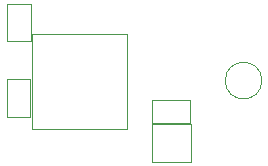
<source format=gbr>
G04 #@! TF.FileFunction,Other,User*
%FSLAX46Y46*%
G04 Gerber Fmt 4.6, Leading zero omitted, Abs format (unit mm)*
G04 Created by KiCad (PCBNEW 4.0.4-stable) date 12/09/16 08:24:26*
%MOMM*%
%LPD*%
G01*
G04 APERTURE LIST*
%ADD10C,0.100000*%
%ADD11C,0.050000*%
G04 APERTURE END LIST*
D10*
D11*
X144999000Y-95935600D02*
X144999000Y-92735600D01*
X146999000Y-95935600D02*
X146999000Y-92735600D01*
X144999000Y-95935600D02*
X146999000Y-95935600D01*
X144999000Y-92735600D02*
X146999000Y-92735600D01*
X157277000Y-100854000D02*
X160477000Y-100854000D01*
X157277000Y-102854000D02*
X160477000Y-102854000D01*
X157277000Y-100854000D02*
X157277000Y-102854000D01*
X160477000Y-100854000D02*
X160477000Y-102854000D01*
X144948000Y-102336000D02*
X144948000Y-99136000D01*
X146948000Y-102336000D02*
X146948000Y-99136000D01*
X144948000Y-102336000D02*
X146948000Y-102336000D01*
X144948000Y-99136000D02*
X146948000Y-99136000D01*
X160527000Y-106121000D02*
X157227000Y-106121000D01*
X157227000Y-106121000D02*
X157227000Y-102921000D01*
X157227000Y-102921000D02*
X160527000Y-102921000D01*
X160527000Y-102921000D02*
X160527000Y-106121000D01*
X166550000Y-99250000D02*
G75*
G03X166550000Y-99250000I-1550000J0D01*
G01*
X147130000Y-95314000D02*
X147130000Y-103314000D01*
X155130000Y-95314000D02*
X155130000Y-103314000D01*
X147130000Y-95314000D02*
X155130000Y-95314000D01*
X147130000Y-103314000D02*
X155130000Y-103314000D01*
M02*

</source>
